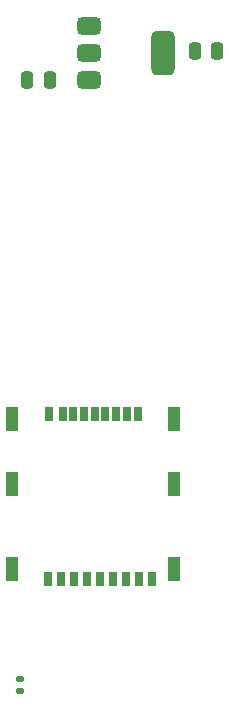
<source format=gtp>
%TF.GenerationSoftware,KiCad,Pcbnew,9.0.1*%
%TF.CreationDate,2025-04-25T13:26:34+02:00*%
%TF.ProjectId,m2-e-usdex,6d322d65-2d75-4736-9465-782e6b696361,rev?*%
%TF.SameCoordinates,Original*%
%TF.FileFunction,Paste,Top*%
%TF.FilePolarity,Positive*%
%FSLAX46Y46*%
G04 Gerber Fmt 4.6, Leading zero omitted, Abs format (unit mm)*
G04 Created by KiCad (PCBNEW 9.0.1) date 2025-04-25 13:26:34*
%MOMM*%
%LPD*%
G01*
G04 APERTURE LIST*
G04 Aperture macros list*
%AMRoundRect*
0 Rectangle with rounded corners*
0 $1 Rounding radius*
0 $2 $3 $4 $5 $6 $7 $8 $9 X,Y pos of 4 corners*
0 Add a 4 corners polygon primitive as box body*
4,1,4,$2,$3,$4,$5,$6,$7,$8,$9,$2,$3,0*
0 Add four circle primitives for the rounded corners*
1,1,$1+$1,$2,$3*
1,1,$1+$1,$4,$5*
1,1,$1+$1,$6,$7*
1,1,$1+$1,$8,$9*
0 Add four rect primitives between the rounded corners*
20,1,$1+$1,$2,$3,$4,$5,0*
20,1,$1+$1,$4,$5,$6,$7,0*
20,1,$1+$1,$6,$7,$8,$9,0*
20,1,$1+$1,$8,$9,$2,$3,0*%
G04 Aperture macros list end*
%ADD10RoundRect,0.250000X-0.250000X-0.475000X0.250000X-0.475000X0.250000X0.475000X-0.250000X0.475000X0*%
%ADD11RoundRect,0.135000X-0.185000X0.135000X-0.185000X-0.135000X0.185000X-0.135000X0.185000X0.135000X0*%
%ADD12RoundRect,0.375000X-0.625000X-0.375000X0.625000X-0.375000X0.625000X0.375000X-0.625000X0.375000X0*%
%ADD13RoundRect,0.500000X-0.500000X-1.400000X0.500000X-1.400000X0.500000X1.400000X-0.500000X1.400000X0*%
%ADD14RoundRect,0.250000X0.250000X0.475000X-0.250000X0.475000X-0.250000X-0.475000X0.250000X-0.475000X0*%
%ADD15R,0.700000X1.200000*%
%ADD16R,1.100000X2.100000*%
G04 APERTURE END LIST*
D10*
%TO.C,C2*%
X275300000Y-76950000D03*
X277200000Y-76950000D03*
%TD*%
D11*
%TO.C,R1*%
X260500000Y-130130000D03*
X260500000Y-131150000D03*
%TD*%
D12*
%TO.C,U1*%
X266300000Y-74850000D03*
X266300000Y-77150000D03*
D13*
X272600000Y-77150000D03*
D12*
X266300000Y-79450000D03*
%TD*%
D14*
%TO.C,C1*%
X263000000Y-79450000D03*
X261100000Y-79450000D03*
%TD*%
D15*
%TO.C,J2*%
X262890000Y-121700000D03*
X263990000Y-121700000D03*
X265090000Y-121700000D03*
X266190000Y-121700000D03*
X267290000Y-121700000D03*
D16*
X273500000Y-120850000D03*
X273500000Y-113650000D03*
X273500000Y-108150000D03*
D15*
X268390000Y-121700000D03*
D16*
X259800000Y-120850000D03*
X259800000Y-113650000D03*
X259800000Y-108150000D03*
D15*
X269490000Y-121700000D03*
X270590000Y-121700000D03*
X262930000Y-107700000D03*
X264990000Y-107700000D03*
X265900000Y-107700000D03*
X266810000Y-107700000D03*
X267720000Y-107700000D03*
X268630000Y-107700000D03*
X269540000Y-107700000D03*
X270450000Y-107700000D03*
X264080000Y-107700000D03*
X271690000Y-121700000D03*
%TD*%
M02*

</source>
